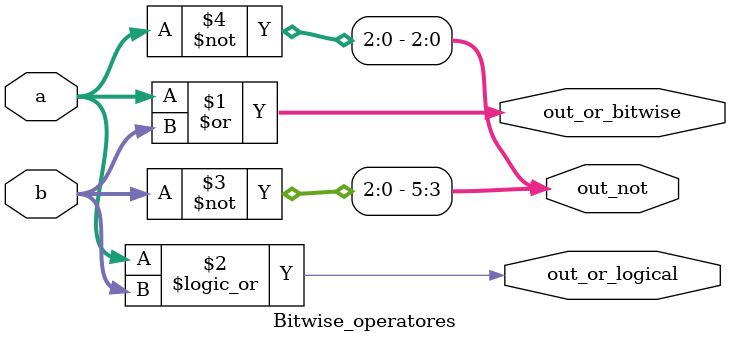
<source format=v>
module Bitwise_operatores( 
    input [2:0] a,
    input [2:0] b,
    output [2:0] out_or_bitwise,
    output out_or_logical,
    output [5:0] out_not
);
assign out_or_bitwise=a[2:0]|b[2:0];
assign out_or_logical=a||b;
assign out_not[5:3]=~b[2:0];
assign out_not[2:0]=~a[2:0];
endmodule
</source>
